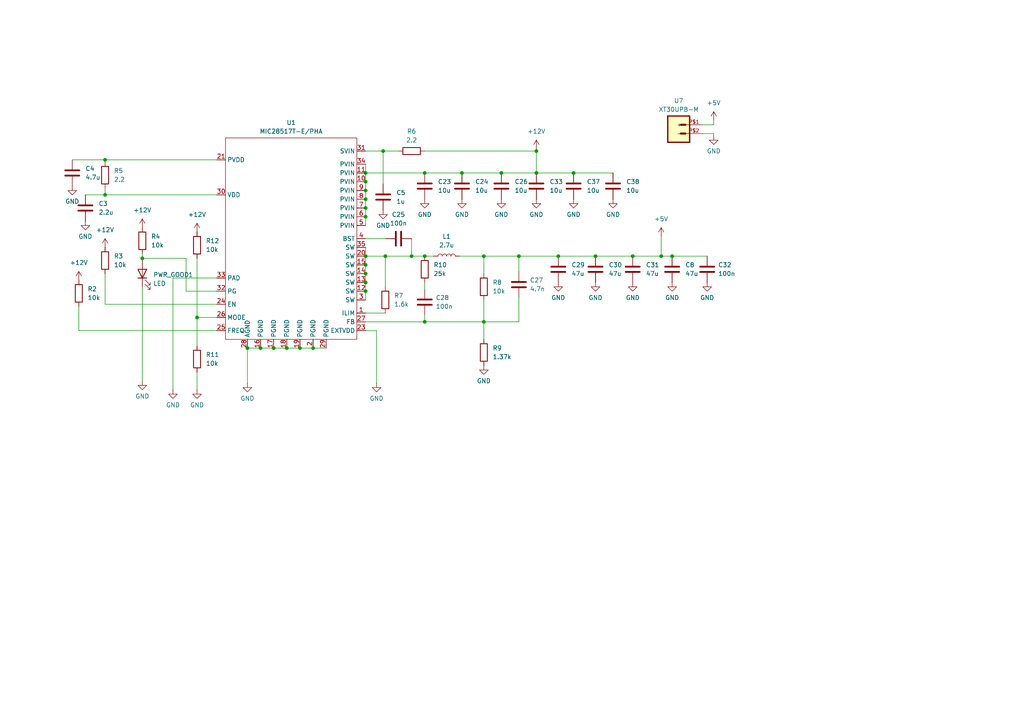
<source format=kicad_sch>
(kicad_sch (version 20231120) (generator "eeschema") (generator_version "8.0")
  (paper "A4")
  (lib_symbols
    (symbol "Device:C" (pin_numbers hide) (pin_names (offset 0.254))
      (property "Reference" "C" (at 0.635 2.54 0))
      (property "Value" "C" (at 0.635 -2.54 0))
      (symbol "C_0_1"
        (polyline (pts (xy -2.032 -0.762) (xy 2.032 -0.762)) (stroke (width 0.508)))
        (polyline (pts (xy -2.032 0.762) (xy 2.032 0.762)) (stroke (width 0.508)))
      )
      (symbol "C_1_1"
        (pin passive line (at 0 3.81 270) (length 2.794) (name "~") (number "1"))
        (pin passive line (at 0 -3.81 90) (length 2.794) (name "~") (number "2"))
      )
    )
    (symbol "Device:L" (pin_numbers hide) (pin_names (offset 1.016) hide)
      (property "Reference" "L" (at -1.27 0 90))
      (property "Value" "L" (at 1.905 0 90))
      (symbol "L_0_1"
        (arc (start 0 -2.54) (mid 0.6323 -1.905) (end 0 -1.27))
        (arc (start 0 -1.27) (mid 0.6323 -0.635) (end 0 0))
        (arc (start 0 0) (mid 0.6323 0.635) (end 0 1.27))
        (arc (start 0 1.27) (mid 0.6323 1.905) (end 0 2.54))
      )
      (symbol "L_1_1"
        (pin passive line (at 0 3.81 270) (length 1.27) (name "1") (number "1"))
        (pin passive line (at 0 -3.81 90) (length 1.27) (name "2") (number "2"))
      )
    )
    (symbol "Device:LED" (pin_numbers hide) (pin_names (offset 1.016) hide)
      (property "Reference" "D" (at 0 2.54 0))
      (property "Value" "LED" (at 0 -2.54 0))
      (symbol "LED_0_1"
        (polyline (pts (xy -1.27 -1.27) (xy -1.27 1.27)) (stroke (width 0.254)))
        (polyline (pts (xy -1.27 0) (xy 1.27 0)))
        (polyline (pts (xy 1.27 -1.27) (xy 1.27 1.27) (xy -1.27 0) (xy 1.27 -1.27)) (stroke (width 0.254)))
        (polyline (pts (xy -3.048 -0.762) (xy -4.572 -2.286) (xy -3.81 -2.286) (xy -4.572 -2.286) (xy -4.572 -1.524)))
        (polyline (pts (xy -1.778 -0.762) (xy -3.302 -2.286) (xy -2.54 -2.286) (xy -3.302 -2.286) (xy -3.302 -1.524)))
      )
      (symbol "LED_1_1"
        (pin passive line (at -3.81 0 0) (length 2.54) (name "K") (number "1"))
        (pin passive line (at 3.81 0 180) (length 2.54) (name "A") (number "2"))
      )
    )
    (symbol "Device:R" (pin_numbers hide) (pin_names (offset 0))
      (property "Reference" "R" (at 2.032 0 90))
      (property "Value" "R" (at 0 0 90))
      (symbol "R_0_1"
        (rectangle (start -1.016 -2.54) (end 1.016 2.54) (stroke (width 0.254)))
      )
      (symbol "R_1_1"
        (pin passive line (at 0 3.81 270) (length 1.27) (name "~") (number "1"))
        (pin passive line (at 0 -3.81 90) (length 1.27) (name "~") (number "2"))
      )
    )
    (symbol "MIC28517T-E_PHA:MIC28517T-E/PHA"
      (property "Reference" "U" (at 0.254 23.114 0))
      (property "Value" "MIC28517T-E/PHA" (at 1.27 20.32 0))
      (symbol "MIC28517T-E/PHA_0_1"
        (rectangle (start -2.54 22.86) (end 35.56 -35.56))
      )
      (symbol "MIC28517T-E/PHA_1_1"
        (pin input line (at 38.1 -27.94 180) (length 2.54) (name "ILIM") (number "1"))
        (pin power_in line (at 38.1 10.16 180) (length 2.54) (name "PVIN") (number "10"))
        (pin power_in line (at 38.1 12.7 180) (length 2.54) (name "PVIN") (number "11"))
        (pin input line (at 38.1 -21.59 180) (length 2.54) (name "SW") (number "12"))
        (pin input line (at 38.1 -19.05 180) (length 2.54) (name "SW") (number "13"))
        (pin input line (at 38.1 -16.51 180) (length 2.54) (name "SW") (number "14"))
        (pin input line (at 38.1 -13.97 180) (length 2.54) (name "SW") (number "15"))
        (pin input line (at 7.62 -38.1 90) (length 2.54) (name "PGND") (number "16"))
        (pin input line (at 11.43 -38.1 90) (length 2.54) (name "PGND") (number "17"))
        (pin input line (at 15.24 -38.1 90) (length 2.54) (name "PGND") (number "18"))
        (pin input line (at 19.05 -38.1 90) (length 2.54) (name "PGND") (number "19"))
        (pin input line (at 22.86 -38.1 90) (length 2.54) (name "PGND") (number "2"))
        (pin input line (at 38.1 -11.43 180) (length 2.54) (name "SW") (number "20"))
        (pin power_in line (at -5.08 16.51 0) (length 2.54) (name "PVDD") (number "21"))
        (pin input line (at 38.1 -33.02 180) (length 2.54) (name "EXTVDD") (number "23"))
        (pin input line (at -5.08 -25.4 0) (length 2.54) (name "EN") (number "24"))
        (pin input line (at -5.08 -33.02 0) (length 2.54) (name "FREQ") (number "25"))
        (pin input line (at -5.08 -29.21 0) (length 2.54) (name "MODE") (number "26"))
        (pin input line (at 38.1 -30.48 180) (length 2.54) (name "FB") (number "27"))
        (pin input line (at 3.81 -38.1 90) (length 2.54) (name "AGND") (number "28"))
        (pin input line (at 26.67 -38.1 90) (length 2.54) (name "PGND") (number "29"))
        (pin input line (at 38.1 -24.13 180) (length 2.54) (name "SW") (number "3"))
        (pin power_in line (at -5.08 6.35 0) (length 2.54) (name "VDD") (number "30"))
        (pin power_in line (at 38.1 19.05 180) (length 2.54) (name "SVIN") (number "31"))
        (pin input line (at -5.08 -21.59 0) (length 2.54) (name "PG") (number "32"))
        (pin power_in line (at -5.08 -17.78 0) (length 2.54) (name "PAD") (number "33"))
        (pin power_in line (at 38.1 15.24 180) (length 2.54) (name "PVIN") (number "34"))
        (pin input line (at 38.1 -8.89 180) (length 2.54) (name "SW") (number "35"))
        (pin input line (at 38.1 -6.35 180) (length 2.54) (name "BST") (number "4"))
        (pin power_in line (at 38.1 -2.54 180) (length 2.54) (name "PVIN") (number "5"))
        (pin power_in line (at 38.1 0 180) (length 2.54) (name "PVIN") (number "6"))
        (pin power_in line (at 38.1 2.54 180) (length 2.54) (name "PVIN") (number "7"))
        (pin power_in line (at 38.1 5.08 180) (length 2.54) (name "PVIN") (number "8"))
        (pin power_in line (at 38.1 7.62 180) (length 2.54) (name "PVIN") (number "9"))
      )
    )
    (symbol "XT30UPB-M:XT30UPB-M" (pin_names (offset 1.016))
      (property "Reference" "U" (at -2.54 5.588 0))
      (property "Value" "XT30UPB-M" (at -2.54 -4.826 0))
      (symbol "XT30UPB-M_0_0"
        (rectangle (start -2.54 -2.54) (end 3.81 5.08) (stroke (width 0.4064)) (fill (type background)))
        (polyline (pts (xy 1.27 0) (xy 2.54 0)) (stroke (width 0.6096)))
        (polyline (pts (xy 1.27 2.54) (xy 2.54 2.54)) (stroke (width 0.6096)))
        (pin passive line (at 7.62 2.54 180) (length 5.08) (name "+") (number "P$1"))
        (pin passive line (at 7.62 0 180) (length 5.08) (name "-") (number "P$2"))
      )
    )
    (symbol "power:+12V" (power) (pin_numbers hide) (pin_names (offset 0) hide)
      (property "Value" "+12V" (at 0 3.556 0))
      (symbol "+12V_0_1"
        (polyline (pts (xy -0.762 1.27) (xy 0 2.54)))
        (polyline (pts (xy 0 0) (xy 0 2.54)))
        (polyline (pts (xy 0 2.54) (xy 0.762 1.27)))
      )
      (symbol "+12V_1_1"
        (pin power_in line (at 0 0 90) (length 0) (name "~") (number "1"))
      )
    )
    (symbol "power:GND" (power) (pin_numbers hide) (pin_names (offset 0) hide)
      (property "Value" "GND" (at 0 -3.81 0))
      (symbol "GND_0_1"
        (polyline (pts (xy 0 0) (xy 0 -1.27) (xy 1.27 -1.27) (xy 0 -2.54) (xy -1.27 -1.27) (xy 0 -1.27)))
      )
      (symbol "GND_1_1"
        (pin power_in line (at 0 0 270) (length 0) (name "~") (number "1"))
      )
    )
  )
  (junction (at 106.045 79.375))
  (junction (at 123.19 74.295))
  (junction (at 191.77 74.295))
  (junction (at 57.15 92.075))
  (junction (at 86.995 100.965))
  (junction (at 155.575 43.815))
  (junction (at 83.185 100.965))
  (junction (at 145.415 50.165))
  (junction (at 123.19 93.345))
  (junction (at 194.945 74.295))
  (junction (at 106.045 60.325))
  (junction (at 172.72 74.295))
  (junction (at 106.045 55.245))
  (junction (at 161.925 74.295))
  (junction (at 79.375 100.965))
  (junction (at 133.985 50.165))
  (junction (at 41.275 74.93))
  (junction (at 106.045 50.165))
  (junction (at 75.565 100.965))
  (junction (at 106.045 52.705))
  (junction (at 140.335 74.295))
  (junction (at 106.045 57.785))
  (junction (at 140.335 93.345))
  (junction (at 155.575 50.165))
  (junction (at 150.495 74.295))
  (junction (at 166.37 50.165))
  (junction (at 123.19 50.165))
  (junction (at 106.045 74.295))
  (junction (at 106.045 76.835))
  (junction (at 119.38 74.295))
  (junction (at 111.76 74.295))
  (junction (at 111.125 43.815))
  (junction (at 71.755 100.965))
  (junction (at 183.515 74.295))
  (junction (at 106.045 84.455))
  (junction (at 106.045 81.915))
  (junction (at 106.045 62.865))
  (junction (at 30.48 46.355))
  (junction (at 90.805 100.965))
  (junction (at 30.48 56.515))
  (wire (pts (xy 106.045 95.885) (xy 109.22 95.885)))
  (wire (pts (xy 203.835 38.735) (xy 207.01 38.735)))
  (wire (pts (xy 150.495 74.295) (xy 161.925 74.295)))
  (wire (pts (xy 123.19 43.815) (xy 155.575 43.815)))
  (wire (pts (xy 86.995 100.965) (xy 90.805 100.965)))
  (wire (pts (xy 106.045 90.805) (xy 111.76 90.805)))
  (wire (pts (xy 41.275 74.93) (xy 41.275 75.565)))
  (wire (pts (xy 111.76 74.295) (xy 119.38 74.295)))
  (wire (pts (xy 83.185 100.965) (xy 86.995 100.965)))
  (wire (pts (xy 194.945 74.295) (xy 191.77 74.295)))
  (wire (pts (xy 57.15 92.075) (xy 57.15 100.33)))
  (wire (pts (xy 140.335 93.345) (xy 150.495 93.345)))
  (wire (pts (xy 166.37 50.165) (xy 177.8 50.165)))
  (wire (pts (xy 140.335 93.345) (xy 140.335 98.425)))
  (wire (pts (xy 30.48 56.515) (xy 62.865 56.515)))
  (wire (pts (xy 161.925 74.295) (xy 172.72 74.295)))
  (wire (pts (xy 57.15 74.93) (xy 57.15 92.075)))
  (wire (pts (xy 79.375 100.965) (xy 83.185 100.965)))
  (wire (pts (xy 191.77 74.295) (xy 191.77 68.58)))
  (wire (pts (xy 106.045 76.835) (xy 106.045 79.375)))
  (wire (pts (xy 106.045 60.325) (xy 106.045 62.865)))
  (wire (pts (xy 106.045 93.345) (xy 123.19 93.345)))
  (wire (pts (xy 106.045 71.755) (xy 106.045 74.295)))
  (wire (pts (xy 75.565 100.965) (xy 79.375 100.965)))
  (wire (pts (xy 71.755 100.965) (xy 71.755 111.125)))
  (wire (pts (xy 106.045 84.455) (xy 106.045 86.995)))
  (wire (pts (xy 155.575 43.18) (xy 155.575 43.815)))
  (wire (pts (xy 50.165 80.645) (xy 50.165 113.03)))
  (wire (pts (xy 106.045 62.865) (xy 106.045 65.405)))
  (wire (pts (xy 30.48 88.265) (xy 62.865 88.265)))
  (wire (pts (xy 20.955 46.355) (xy 30.48 46.355)))
  (wire (pts (xy 30.48 46.99) (xy 30.48 46.355)))
  (wire (pts (xy 106.045 52.705) (xy 106.045 55.245)))
  (wire (pts (xy 111.125 43.815) (xy 115.57 43.815)))
  (wire (pts (xy 53.975 74.93) (xy 41.275 74.93)))
  (wire (pts (xy 119.38 74.295) (xy 123.19 74.295)))
  (wire (pts (xy 123.19 74.295) (xy 125.73 74.295)))
  (wire (pts (xy 123.19 81.915) (xy 123.19 83.82)))
  (wire (pts (xy 106.045 79.375) (xy 106.045 81.915)))
  (wire (pts (xy 71.755 100.965) (xy 75.565 100.965)))
  (wire (pts (xy 207.01 38.735) (xy 207.01 39.37)))
  (wire (pts (xy 172.72 74.295) (xy 183.515 74.295)))
  (wire (pts (xy 41.275 83.185) (xy 41.275 110.49)))
  (wire (pts (xy 140.335 74.295) (xy 150.495 74.295)))
  (wire (pts (xy 57.15 92.075) (xy 62.865 92.075)))
  (wire (pts (xy 140.335 74.295) (xy 140.335 79.375)))
  (wire (pts (xy 111.125 53.34) (xy 111.125 43.815)))
  (wire (pts (xy 106.045 57.785) (xy 106.045 60.325)))
  (wire (pts (xy 53.975 84.455) (xy 53.975 74.93)))
  (wire (pts (xy 140.335 86.995) (xy 140.335 93.345)))
  (wire (pts (xy 30.48 46.355) (xy 62.865 46.355)))
  (wire (pts (xy 22.86 95.885) (xy 22.86 88.9)))
  (wire (pts (xy 155.575 43.815) (xy 155.575 50.165)))
  (wire (pts (xy 106.045 50.165) (xy 106.045 52.705)))
  (wire (pts (xy 57.15 107.95) (xy 57.15 113.03)))
  (wire (pts (xy 145.415 50.165) (xy 155.575 50.165)))
  (wire (pts (xy 106.045 43.815) (xy 111.125 43.815)))
  (wire (pts (xy 119.38 69.215) (xy 119.38 74.295)))
  (wire (pts (xy 106.045 74.295) (xy 106.045 76.835)))
  (wire (pts (xy 41.275 73.66) (xy 41.275 74.93)))
  (wire (pts (xy 183.515 74.295) (xy 191.77 74.295)))
  (wire (pts (xy 133.985 50.165) (xy 145.415 50.165)))
  (wire (pts (xy 123.19 50.165) (xy 133.985 50.165)))
  (wire (pts (xy 111.76 74.295) (xy 111.76 83.185)))
  (wire (pts (xy 106.045 74.295) (xy 111.76 74.295)))
  (wire (pts (xy 150.495 74.295) (xy 150.495 78.74)))
  (wire (pts (xy 106.045 69.215) (xy 111.76 69.215)))
  (wire (pts (xy 62.865 84.455) (xy 53.975 84.455)))
  (wire (pts (xy 50.165 80.645) (xy 62.865 80.645)))
  (wire (pts (xy 133.35 74.295) (xy 140.335 74.295)))
  (wire (pts (xy 207.01 36.195) (xy 207.01 34.925)))
  (wire (pts (xy 109.22 95.885) (xy 109.22 111.125)))
  (wire (pts (xy 106.045 81.915) (xy 106.045 84.455)))
  (wire (pts (xy 203.835 36.195) (xy 207.01 36.195)))
  (wire (pts (xy 205.105 74.295) (xy 194.945 74.295)))
  (wire (pts (xy 123.19 93.345) (xy 140.335 93.345)))
  (wire (pts (xy 30.48 88.265) (xy 30.48 79.375)))
  (wire (pts (xy 106.045 47.625) (xy 106.045 50.165)))
  (wire (pts (xy 22.86 95.885) (xy 62.865 95.885)))
  (wire (pts (xy 24.765 56.515) (xy 30.48 56.515)))
  (wire (pts (xy 123.19 91.44) (xy 123.19 93.345)))
  (wire (pts (xy 30.48 54.61) (xy 30.48 56.515)))
  (wire (pts (xy 150.495 86.36) (xy 150.495 93.345)))
  (wire (pts (xy 155.575 50.165) (xy 166.37 50.165)))
  (wire (pts (xy 106.045 55.245) (xy 106.045 57.785)))
  (wire (pts (xy 90.805 100.965) (xy 94.615 100.965)))
  (wire (pts (xy 106.045 50.165) (xy 123.19 50.165)))
  (symbol (lib_id "power:GND") (at 177.8 57.785 0) (unit 1)
    (property "Reference" "#PWR073" (effects (hide yes)))
    (property "Value" "GND" (at 177.8 62.23 0))
    (property "Description" "Power symbol creates a global label with name \"GND\" , ground" (effects (hide yes)))
  )
  (symbol (lib_id "Device:C") (at 172.72 78.105 0) (unit 1)
    (property "Reference" "C30" (at 176.53 76.8349 0) (effects (justify left)))
    (property "Value" "47u" (at 176.53 79.3749 0) (effects (justify left)))
    (property "Footprint" "Capacitor_SMD:C_0805_2012Metric_Pad1.18x1.45mm_HandSolder" (effects (hide yes)))
    (property "Description" "Unpolarized capacitor" (effects (hide yes)))
  )
  (symbol (lib_id "Device:C") (at 177.8 53.975 0) (unit 1)
    (property "Reference" "C38" (at 181.61 52.7049 0) (effects (justify left)))
    (property "Value" "10u" (at 181.61 55.2449 0) (effects (justify left)))
    (property "Footprint" "Capacitor_SMD:C_0805_2012Metric_Pad1.18x1.45mm_HandSolder" (effects (hide yes)))
    (property "Description" "Unpolarized capacitor" (effects (hide yes)))
  )
  (symbol (lib_id "power:+12V") (at 155.575 43.18 0) (unit 1)
    (property "Reference" "#PWR024" (effects (hide yes)))
    (property "Value" "+12V" (at 155.575 38.1 0))
    (property "Description" "Power symbol creates a global label with name \"+12V\"" (effects (hide yes)))
  )
  (symbol (lib_id "power:GND") (at 133.985 57.785 0) (unit 1)
    (property "Reference" "#PWR056" (effects (hide yes)))
    (property "Value" "GND" (at 133.985 62.23 0))
    (property "Description" "Power symbol creates a global label with name \"GND\" , ground" (effects (hide yes)))
  )
  (symbol (lib_id "power:+12V") (at 57.15 67.31 0) (unit 1)
    (property "Reference" "#PWR075" (effects (hide yes)))
    (property "Value" "+12V" (at 57.15 62.23 0))
    (property "Description" "Power symbol creates a global label with name \"+12V\"" (effects (hide yes)))
  )
  (symbol (lib_id "power:GND") (at 41.275 110.49 0) (unit 1)
    (property "Reference" "#PWR051" (effects (hide yes)))
    (property "Value" "GND" (at 41.275 114.935 0))
    (property "Description" "Power symbol creates a global label with name \"GND\" , ground" (effects (hide yes)))
  )
  (symbol (lib_id "Device:R") (at 57.15 104.14 0) (unit 1)
    (property "Reference" "R11" (at 59.69 102.8699 0) (effects (justify left)))
    (property "Value" "10k" (at 59.69 105.4099 0) (effects (justify left)))
    (property "Footprint" "Resistor_SMD:R_0603_1608Metric_Pad0.98x0.95mm_HandSolder" (effects (hide yes)))
    (property "Description" "Resistor" (effects (hide yes)))
  )
  (symbol (lib_id "Device:R") (at 123.19 78.105 0) (unit 1)
    (property "Reference" "R10" (at 125.73 76.8349 0) (effects (justify left)))
    (property "Value" "25k" (at 125.73 79.3749 0) (effects (justify left)))
    (property "Footprint" "Resistor_SMD:R_0603_1608Metric_Pad0.98x0.95mm_HandSolder" (effects (hide yes)))
    (property "Description" "Resistor" (effects (hide yes)))
  )
  (symbol (lib_id "Device:C") (at 20.955 50.165 0) (unit 1)
    (property "Reference" "C4" (at 24.765 48.8949 0) (effects (justify left)))
    (property "Value" "4.7u" (at 24.765 51.4349 0) (effects (justify left)))
    (property "Footprint" "Capacitor_SMD:C_0805_2012Metric_Pad1.18x1.45mm_HandSolder" (effects (hide yes)))
    (property "Description" "Unpolarized capacitor" (effects (hide yes)))
  )
  (symbol (lib_id "Device:C") (at 123.19 87.63 180) (unit 1)
    (property "Reference" "C28" (at 126.365 86.3599 0) (effects (justify right)))
    (property "Value" "100n" (at 126.365 88.8999 0) (effects (justify right)))
    (property "Footprint" "Capacitor_SMD:C_0603_1608Metric_Pad1.08x0.95mm_HandSolder" (effects (hide yes)))
    (property "Description" "Unpolarized capacitor" (effects (hide yes)))
  )
  (symbol (lib_id "Device:LED") (at 41.275 79.375 90) (unit 1)
    (property "Reference" "PWR_GOOD1" (at 44.45 79.6924 90) (effects (justify right)))
    (property "Value" "LED" (at 44.45 82.2324 90) (effects (justify right)))
    (property "Footprint" "LED_SMD:LED_0805_2012Metric_Pad1.15x1.40mm_HandSolder" (effects (hide yes)))
    (property "Description" "Light emitting diode" (effects (hide yes)))
  )
  (symbol (lib_id "power:GND") (at 24.765 64.135 0) (unit 1)
    (property "Reference" "#PWR052" (effects (hide yes)))
    (property "Value" "GND" (at 24.765 68.58 0))
    (property "Description" "Power symbol creates a global label with name \"GND\" , ground" (effects (hide yes)))
  )
  (symbol (lib_id "Device:C") (at 183.515 78.105 0) (unit 1)
    (property "Reference" "C31" (at 187.325 76.8349 0) (effects (justify left)))
    (property "Value" "47u" (at 187.325 79.3749 0) (effects (justify left)))
    (property "Footprint" "Capacitor_SMD:C_0805_2012Metric_Pad1.18x1.45mm_HandSolder" (effects (hide yes)))
    (property "Description" "Unpolarized capacitor" (effects (hide yes)))
  )
  (symbol (lib_id "power:GND") (at 50.165 113.03 0) (unit 1)
    (property "Reference" "#PWR074" (effects (hide yes)))
    (property "Value" "GND" (at 50.165 117.475 0))
    (property "Description" "Power symbol creates a global label with name \"GND\" , ground" (effects (hide yes)))
  )
  (symbol (lib_id "Device:R") (at 57.15 71.12 0) (unit 1)
    (property "Reference" "R12" (at 59.69 69.8499 0) (effects (justify left)))
    (property "Value" "10k" (at 59.69 72.3899 0) (effects (justify left)))
    (property "Footprint" "Resistor_SMD:R_0603_1608Metric_Pad0.98x0.95mm_HandSolder" (effects (hide yes)))
    (property "Description" "Resistor" (effects (hide yes)))
  )
  (symbol (lib_id "power:GND") (at 20.955 53.975 0) (unit 1)
    (property "Reference" "#PWR053" (effects (hide yes)))
    (property "Value" "GND" (at 20.955 58.42 0))
    (property "Description" "Power symbol creates a global label with name \"GND\" , ground" (effects (hide yes)))
  )
  (symbol (lib_id "power:GND") (at 207.01 39.37 0) (unit 1)
    (property "Reference" "#PWR077" (effects (hide yes)))
    (property "Value" "GND" (at 207.01 43.815 0))
    (property "Description" "Power symbol creates a global label with name \"GND\" , ground" (effects (hide yes)))
  )
  (symbol (lib_id "power:GND") (at 109.22 111.125 0) (unit 1)
    (property "Reference" "#PWR058" (effects (hide yes)))
    (property "Value" "GND" (at 109.22 115.57 0))
    (property "Description" "Power symbol creates a global label with name \"GND\" , ground" (effects (hide yes)))
  )
  (symbol (lib_id "Device:R") (at 22.86 85.09 0) (unit 1)
    (property "Reference" "R2" (at 25.4 83.8199 0) (effects (justify left)))
    (property "Value" "10k" (at 25.4 86.3599 0) (effects (justify left)))
    (property "Footprint" "Resistor_SMD:R_0603_1608Metric_Pad0.98x0.95mm_HandSolder" (effects (hide yes)))
    (property "Description" "Resistor" (effects (hide yes)))
  )
  (symbol (lib_id "Device:C") (at 133.985 53.975 0) (unit 1)
    (property "Reference" "C24" (at 137.795 52.7049 0) (effects (justify left)))
    (property "Value" "10u" (at 137.795 55.2449 0) (effects (justify left)))
    (property "Footprint" "Capacitor_SMD:C_0805_2012Metric_Pad1.18x1.45mm_HandSolder" (effects (hide yes)))
    (property "Description" "Unpolarized capacitor" (effects (hide yes)))
  )
  (symbol (lib_id "power:GND") (at 71.755 111.125 0) (unit 1)
    (property "Reference" "#PWR047" (effects (hide yes)))
    (property "Value" "GND" (at 71.755 115.57 0))
    (property "Description" "Power symbol creates a global label with name \"GND\" , ground" (effects (hide yes)))
  )
  (symbol (lib_id "Device:C") (at 123.19 53.975 0) (unit 1)
    (property "Reference" "C23" (at 127 52.7049 0) (effects (justify left)))
    (property "Value" "10u" (at 127 55.2449 0) (effects (justify left)))
    (property "Footprint" "Capacitor_SMD:C_0805_2012Metric_Pad1.18x1.45mm_HandSolder" (effects (hide yes)))
    (property "Description" "Unpolarized capacitor" (effects (hide yes)))
  )
  (symbol (lib_id "Device:C") (at 145.415 53.975 0) (unit 1)
    (property "Reference" "C26" (at 149.225 52.7049 0) (effects (justify left)))
    (property "Value" "10u" (at 149.225 55.2449 0) (effects (justify left)))
    (property "Footprint" "Capacitor_SMD:C_0805_2012Metric_Pad1.18x1.45mm_HandSolder" (effects (hide yes)))
    (property "Description" "Unpolarized capacitor" (effects (hide yes)))
  )
  (symbol (lib_id "power:GND") (at 166.37 57.785 0) (unit 1)
    (property "Reference" "#PWR072" (effects (hide yes)))
    (property "Value" "GND" (at 166.37 62.23 0))
    (property "Description" "Power symbol creates a global label with name \"GND\" , ground" (effects (hide yes)))
  )
  (symbol (lib_id "Device:R") (at 30.48 50.8 0) (unit 1)
    (property "Reference" "R5" (at 33.02 49.5299 0) (effects (justify left)))
    (property "Value" "2.2" (at 33.02 52.0699 0) (effects (justify left)))
    (property "Footprint" "Resistor_SMD:R_0603_1608Metric_Pad0.98x0.95mm_HandSolder" (effects (hide yes)))
    (property "Description" "Resistor" (effects (hide yes)))
  )
  (symbol (lib_id "power:GND") (at 183.515 81.915 0) (unit 1)
    (property "Reference" "#PWR064" (effects (hide yes)))
    (property "Value" "GND" (at 183.515 86.36 0))
    (property "Description" "Power symbol creates a global label with name \"GND\" , ground" (effects (hide yes)))
  )
  (symbol (lib_id "Device:R") (at 140.335 83.185 0) (unit 1)
    (property "Reference" "R8" (at 142.875 81.9149 0) (effects (justify left)))
    (property "Value" "10k" (at 142.875 84.4549 0) (effects (justify left)))
    (property "Footprint" "Resistor_SMD:R_0603_1608Metric_Pad0.98x0.95mm_HandSolder" (effects (hide yes)))
    (property "Description" "Resistor" (effects (hide yes)))
  )
  (symbol (lib_id "Device:L") (at 129.54 74.295 90) (unit 1)
    (property "Reference" "L1" (at 129.54 68.58 90))
    (property "Value" "2.7u" (at 129.54 71.12 90))
    (property "Footprint" "Inductor_SMD:L_12x12mm_H8mm" (effects (hide yes)))
    (property "Description" "PCS127MT2R7" (effects (hide yes)))
  )
  (symbol (lib_id "power:GND") (at 140.335 106.045 0) (unit 1)
    (property "Reference" "#PWR061" (effects (hide yes)))
    (property "Value" "GND" (at 140.335 110.49 0))
    (property "Description" "Power symbol creates a global label with name \"GND\" , ground" (effects (hide yes)))
  )
  (symbol (lib_id "power:GND") (at 194.945 81.915 0) (unit 1)
    (property "Reference" "#PWR021" (effects (hide yes)))
    (property "Value" "GND" (at 194.945 86.36 0))
    (property "Description" "Power symbol creates a global label with name \"GND\" , ground" (effects (hide yes)))
  )
  (symbol (lib_id "power:GND") (at 123.19 57.785 0) (unit 1)
    (property "Reference" "#PWR055" (effects (hide yes)))
    (property "Value" "GND" (at 123.19 62.23 0))
    (property "Description" "Power symbol creates a global label with name \"GND\" , ground" (effects (hide yes)))
  )
  (symbol (lib_id "Device:C") (at 150.495 82.55 180) (unit 1)
    (property "Reference" "C27" (at 153.67 81.2799 0) (effects (justify right)))
    (property "Value" "4.7n" (at 153.67 83.8199 0) (effects (justify right)))
    (property "Footprint" "Capacitor_SMD:C_0603_1608Metric_Pad1.08x0.95mm_HandSolder" (effects (hide yes)))
    (property "Description" "Unpolarized capacitor" (effects (hide yes)))
  )
  (symbol (lib_id "power:GND") (at 205.105 81.915 0) (unit 1)
    (property "Reference" "#PWR065" (effects (hide yes)))
    (property "Value" "GND" (at 205.105 86.36 0))
    (property "Description" "Power symbol creates a global label with name \"GND\" , ground" (effects (hide yes)))
  )
  (symbol (lib_id "Device:C") (at 194.945 78.105 0) (unit 1)
    (property "Reference" "C8" (at 198.755 76.8349 0) (effects (justify left)))
    (property "Value" "47u" (at 198.755 79.3749 0) (effects (justify left)))
    (property "Footprint" "Capacitor_SMD:C_0805_2012Metric_Pad1.18x1.45mm_HandSolder" (effects (hide yes)))
    (property "Description" "Unpolarized capacitor" (effects (hide yes)))
  )
  (symbol (lib_id "XT30UPB-M:XT30UPB-M") (at 196.215 38.735 0) (unit 1)
    (property "Reference" "U7" (at 196.85 29.21 0))
    (property "Value" "XT30UPB-M" (at 196.85 31.75 0))
    (property "Footprint" "XT30UPB-M:XT30UPB-M" (effects (hide yes)))
    (property "MF" "amass" (effects (hide yes)))
    (property "Description_1" "\nSocket; DC supply; XT30; male; PIN: 2; on PCBs; THT; yellow; 15A; 500V\n" (effects (hide yes)))
    (property "Package" "None" (effects (hide yes)))
    (property "Price" "None" (effects (hide yes)))
    (property "SnapEDA_Link" "https://www.snapeda.com/parts/XT30UPB-M/AMASS/view-part/?ref=snap" (effects (hide yes)))
    (property "MP" "XT30UPB-M" (effects (hide yes)))
    (property "Availability" "Not in stock" (effects (hide yes)))
    (property "Check_prices" "https://www.snapeda.com/parts/XT30UPB-M/AMASS/view-part/?ref=eda" (effects (hide yes)))
  )
  (symbol (lib_id "Device:R") (at 30.48 75.565 0) (unit 1)
    (property "Reference" "R3" (at 33.02 74.2949 0) (effects (justify left)))
    (property "Value" "10k" (at 33.02 76.8349 0) (effects (justify left)))
    (property "Footprint" "Resistor_SMD:R_0603_1608Metric_Pad0.98x0.95mm_HandSolder" (effects (hide yes)))
    (property "Description" "Resistor" (effects (hide yes)))
  )
  (symbol (lib_id "Device:R") (at 119.38 43.815 90) (unit 1)
    (property "Reference" "R6" (at 119.38 38.1 90))
    (property "Value" "2.2" (at 119.38 40.64 90))
    (property "Footprint" "Resistor_SMD:R_0603_1608Metric_Pad0.98x0.95mm_HandSolder" (effects (hide yes)))
    (property "Description" "Resistor" (effects (hide yes)))
  )
  (symbol (lib_id "power:GND") (at 111.125 60.96 0) (unit 1)
    (property "Reference" "#PWR054" (effects (hide yes)))
    (property "Value" "GND" (at 111.125 65.405 0))
    (property "Description" "Power symbol creates a global label with name \"GND\" , ground" (effects (hide yes)))
  )
  (symbol (lib_id "Device:R") (at 111.76 86.995 0) (unit 1)
    (property "Reference" "R7" (at 114.3 85.7249 0) (effects (justify left)))
    (property "Value" "1.6k" (at 114.3 88.2649 0) (effects (justify left)))
    (property "Footprint" "Resistor_SMD:R_0603_1608Metric_Pad0.98x0.95mm_HandSolder" (effects (hide yes)))
    (property "Description" "Resistor" (effects (hide yes)))
  )
  (symbol (lib_id "Device:C") (at 115.57 69.215 90) (unit 1)
    (property "Reference" "C25" (at 115.57 62.23 90))
    (property "Value" "100n" (at 115.57 64.77 90))
    (property "Footprint" "Capacitor_SMD:C_0603_1608Metric_Pad1.08x0.95mm_HandSolder" (effects (hide yes)))
    (property "Description" "Unpolarized capacitor" (effects (hide yes)))
  )
  (symbol (lib_id "Device:R") (at 140.335 102.235 0) (unit 1)
    (property "Reference" "R9" (at 142.875 100.9649 0) (effects (justify left)))
    (property "Value" "1.37k" (at 142.875 103.5049 0) (effects (justify left)))
    (property "Footprint" "Resistor_SMD:R_0603_1608Metric_Pad0.98x0.95mm_HandSolder" (effects (hide yes)))
    (property "Description" "Resistor" (effects (hide yes)))
  )
  (symbol (lib_id "power:+12V") (at 30.48 71.755 0) (unit 1)
    (property "Reference" "#PWR049" (effects (hide yes)))
    (property "Value" "+12V" (at 30.48 66.675 0))
    (property "Description" "Power symbol creates a global label with name \"+12V\"" (effects (hide yes)))
  )
  (symbol (lib_id "power:+12V") (at 22.86 81.28 0) (unit 1)
    (property "Reference" "#PWR048" (effects (hide yes)))
    (property "Value" "+12V" (at 22.86 76.2 0))
    (property "Description" "Power symbol creates a global label with name \"+12V\"" (effects (hide yes)))
  )
  (symbol (lib_id "Device:C") (at 161.925 78.105 0) (unit 1)
    (property "Reference" "C29" (at 165.735 76.8349 0) (effects (justify left)))
    (property "Value" "47u" (at 165.735 79.3749 0) (effects (justify left)))
    (property "Footprint" "Capacitor_SMD:C_0805_2012Metric_Pad1.18x1.45mm_HandSolder" (effects (hide yes)))
    (property "Description" "Unpolarized capacitor" (effects (hide yes)))
  )
  (symbol (lib_id "power:GND") (at 57.15 113.03 0) (unit 1)
    (property "Reference" "#PWR057" (effects (hide yes)))
    (property "Value" "GND" (at 57.15 117.475 0))
    (property "Description" "Power symbol creates a global label with name \"GND\" , ground" (effects (hide yes)))
  )
  (symbol (lib_id "power:+12V") (at 191.77 68.58 0) (unit 1)
    (property "Reference" "#PWR059" (effects (hide yes)))
    (property "Value" "+5V" (at 191.77 63.5 0))
    (property "Description" "Power symbol creates a global label with name \"+12V\"" (effects (hide yes)))
  )
  (symbol (lib_id "Device:C") (at 155.575 53.975 0) (unit 1)
    (property "Reference" "C33" (at 159.385 52.7049 0) (effects (justify left)))
    (property "Value" "10u" (at 159.385 55.2449 0) (effects (justify left)))
    (property "Footprint" "Capacitor_SMD:C_0805_2012Metric_Pad1.18x1.45mm_HandSolder" (effects (hide yes)))
    (property "Description" "Unpolarized capacitor" (effects (hide yes)))
  )
  (symbol (lib_id "power:GND") (at 161.925 81.915 0) (unit 1)
    (property "Reference" "#PWR062" (effects (hide yes)))
    (property "Value" "GND" (at 161.925 86.36 0))
    (property "Description" "Power symbol creates a global label with name \"GND\" , ground" (effects (hide yes)))
  )
  (symbol (lib_id "Device:C") (at 111.125 57.15 0) (unit 1)
    (property "Reference" "C5" (at 114.935 55.8799 0) (effects (justify left)))
    (property "Value" "1u" (at 114.935 58.4199 0) (effects (justify left)))
    (property "Footprint" "Capacitor_SMD:C_0805_2012Metric_Pad1.18x1.45mm_HandSolder" (effects (hide yes)))
    (property "Description" "Unpolarized capacitor" (effects (hide yes)))
  )
  (symbol (lib_id "Device:R") (at 41.275 69.85 0) (unit 1)
    (property "Reference" "R4" (at 43.815 68.5799 0) (effects (justify left)))
    (property "Value" "10k" (at 43.815 71.1199 0) (effects (justify left)))
    (property "Footprint" "Resistor_SMD:R_0603_1608Metric_Pad0.98x0.95mm_HandSolder" (effects (hide yes)))
    (property "Description" "Resistor" (effects (hide yes)))
  )
  (symbol (lib_id "Device:C") (at 205.105 78.105 180) (unit 1)
    (property "Reference" "C32" (at 208.28 76.8349 0) (effects (justify right)))
    (property "Value" "100n" (at 208.28 79.3749 0) (effects (justify right)))
    (property "Footprint" "Capacitor_SMD:C_0603_1608Metric_Pad1.08x0.95mm_HandSolder" (effects (hide yes)))
    (property "Description" "Unpolarized capacitor" (effects (hide yes)))
  )
  (symbol (lib_id "power:GND") (at 172.72 81.915 0) (unit 1)
    (property "Reference" "#PWR063" (effects (hide yes)))
    (property "Value" "GND" (at 172.72 86.36 0))
    (property "Description" "Power symbol creates a global label with name \"GND\" , ground" (effects (hide yes)))
  )
  (symbol (lib_id "power:+12V") (at 41.275 66.04 0) (unit 1)
    (property "Reference" "#PWR050" (effects (hide yes)))
    (property "Value" "+12V" (at 41.275 60.96 0))
    (property "Description" "Power symbol creates a global label with name \"+12V\"" (effects (hide yes)))
  )
  (symbol (lib_id "power:GND") (at 145.415 57.785 0) (unit 1)
    (property "Reference" "#PWR060" (effects (hide yes)))
    (property "Value" "GND" (at 145.415 62.23 0))
    (property "Description" "Power symbol creates a global label with name \"GND\" , ground" (effects (hide yes)))
  )
  (symbol (lib_id "Device:C") (at 24.765 60.325 0) (unit 1)
    (property "Reference" "C3" (at 28.575 59.0549 0) (effects (justify left)))
    (property "Value" "2.2u" (at 28.575 61.5949 0) (effects (justify left)))
    (property "Footprint" "Capacitor_SMD:C_0805_2012Metric_Pad1.18x1.45mm_HandSolder" (effects (hide yes)))
    (property "Description" "Unpolarized capacitor" (effects (hide yes)))
  )
  (symbol (lib_id "power:+12V") (at 207.01 34.925 0) (unit 1)
    (property "Reference" "#PWR076" (effects (hide yes)))
    (property "Value" "+5V" (at 207.01 29.845 0))
    (property "Description" "Power symbol creates a global label with name \"+12V\"" (effects (hide yes)))
  )
  (symbol (lib_id "Device:C") (at 166.37 53.975 0) (unit 1)
    (property "Reference" "C37" (at 170.18 52.7049 0) (effects (justify left)))
    (property "Value" "10u" (at 170.18 55.2449 0) (effects (justify left)))
    (property "Footprint" "Capacitor_SMD:C_0805_2012Metric_Pad1.18x1.45mm_HandSolder" (effects (hide yes)))
    (property "Description" "Unpolarized capacitor" (effects (hide yes)))
  )
  (symbol (lib_id "power:GND") (at 155.575 57.785 0) (unit 1)
    (property "Reference" "#PWR066" (effects (hide yes)))
    (property "Value" "GND" (at 155.575 62.23 0))
    (property "Description" "Power symbol creates a global label with name \"GND\" , ground" (effects (hide yes)))
  )
  (symbol (lib_id "MIC28517T-E_PHA:MIC28517T-E/PHA") (at 67.945 62.865 0) (unit 1)
    (property "Reference" "U1" (at 84.455 35.56 0))
    (property "Value" "MIC28517T-E/PHA" (at 84.455 38.1 0))
    (property "Footprint" "MIC28517T-E_PHA:CONV_MIC28514T-E_PHA" (effects (hide yes)))
  )
)
</source>
